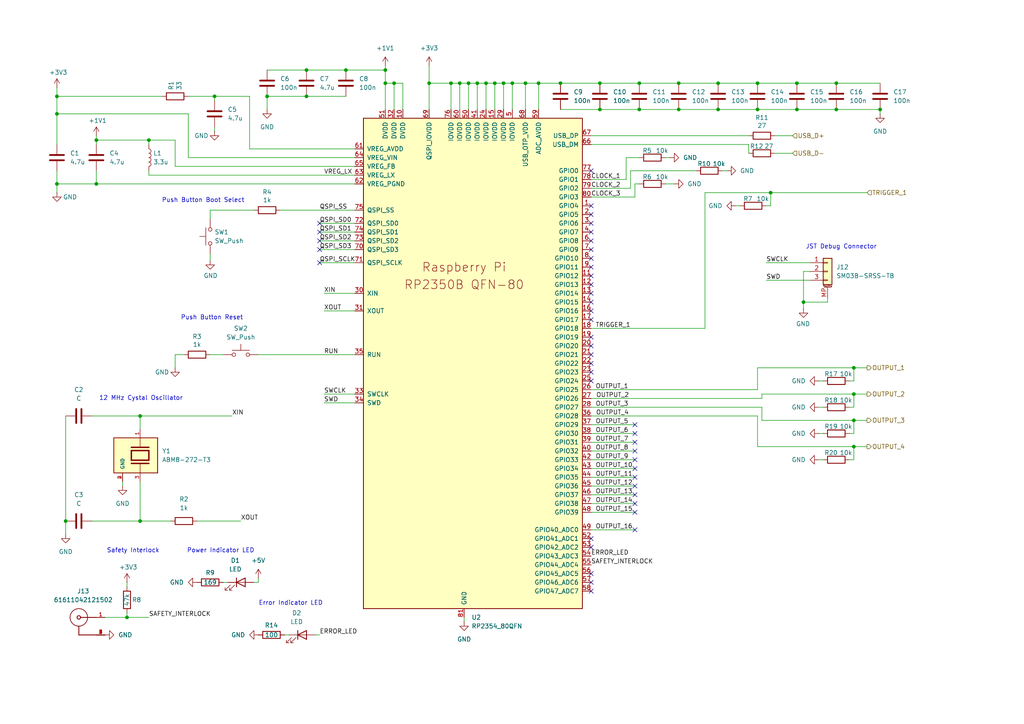
<source format=kicad_sch>
(kicad_sch (version 20250114) (generator "eeschema") (generator_version "9.0")
  (paper "A4")
  (title_block (title "OpenSync Microcontroller and Clock") (date "2025-10-31") (rev "0.1") (company "OpenPIV Consortium") (comment 1 "Microcontroller, crystal clock, and boot select is incl. here."))
  (lib_symbols
    (symbol "61611042121502:61611042121502" (pin_names (offset 1.016))
      (property "Reference" "J" (at 0 3.54 0))
      (property "Value" "61611042121502" (at -5.08 -8.08 0))
      (symbol "61611042121502_0_0"
        (circle (center 0 0) (radius 0.5) (stroke (width 0.254)))
        (circle (center 0 0) (radius 2.54) (stroke (width 0.2)))
        (polyline (pts (xy 0 -2.54) (xy 0 -5.08)) (stroke (width 0.254)))
        (polyline (pts (xy 0 -5.08) (xy 5.08 -5.08)) (stroke (width 0.254)))
        (polyline (pts (xy 5.08 0) (xy 0.54 0)) (stroke (width 0.254)))
        (pin passive line (at 7.62 0 180) (length 2.54) (name "~") (number "1"))
        (pin passive line (at 7.62 -5.08 180) (length 2.54) (name "~") (number "2"))
        (pin passive line (at 7.62 -5.08 180) (length 2.54) (name "~") (number "3"))
        (pin passive line (at 7.62 -5.08 180) (length 2.54) (name "~") (number "4"))
        (pin passive line (at 7.62 -5.08 180) (length 2.54) (name "~") (number "5"))
      )
    )
    (symbol "ABM8-272-T3:ABM8-272-T3" (pin_names (offset 1.016))
      (property "Reference" "Y" (at -5.0878 6.3559 0))
      (property "Value" "ABM8-272-T3" (at -5.0944 -10.16 0))
      (symbol "ABM8-272-T3_0_0"
        (polyline (pts (xy -5.08 0) (xy -2.54 0)) (stroke (width 0.1524)))
        (rectangle (start -5.08 -7.62) (end 5.08 5.08) (stroke (width 0.254)) (fill (type background)))
        (polyline (pts (xy -2.3368 2.54) (xy -2.3368 -2.54)) (stroke (width 0.4064)))
        (polyline (pts (xy -1.397 2.54) (xy -1.397 -2.54)) (stroke (width 0.4064)))
        (polyline (pts (xy -1.397 2.54) (xy 1.397 2.54)) (stroke (width 0.4064)))
        (polyline (pts (xy 1.397 2.54) (xy 1.397 -2.54)) (stroke (width 0.4064)))
        (polyline (pts (xy 1.397 -2.54) (xy -1.397 -2.54)) (stroke (width 0.4064)))
        (polyline (pts (xy 2.3368 2.54) (xy 2.3368 -2.54)) (stroke (width 0.4064)))
        (polyline (pts (xy 2.54 0) (xy 5.08 0)) (stroke (width 0.1524)))
        (pin passive line (at -7.62 0 0) (length 2.54) (name "~") (number "1"))
        (pin passive line (at 7.62 0 180) (length 2.54) (name "~") (number "3"))
        (pin power_in line (at 7.62 -5.08 180) (length 2.54) (name "GND") (number "2"))
        (pin power_in line (at 7.62 -5.08 180) (length 2.54) (name "GND") (number "4"))
      )
    )
    (symbol "Connector_Generic_MountingPin:Conn_01x03_MountingPin" (pin_names (offset 1.016) (hide yes))
      (property "Reference" "J" (at 0 5.08 0))
      (property "Value" "Conn_01x03_MountingPin" (at 1.27 -5.08 0))
      (symbol "Conn_01x03_MountingPin_1_1"
        (rectangle (start -1.27 3.81) (end 1.27 -3.81) (stroke (width 0.254)) (fill (type background)))
        (rectangle (start -1.27 2.667) (end 0 2.413) (stroke (width 0.1524)))
        (rectangle (start -1.27 0.127) (end 0 -0.127) (stroke (width 0.1524)))
        (rectangle (start -1.27 -2.413) (end 0 -2.667) (stroke (width 0.1524)))
        (polyline (pts (xy -1.016 -4.572) (xy 1.016 -4.572)) (stroke (width 0.1524)))
        (text "Mounting" (at 0 -4.191 0) (effects (font (size 0.381 0.381))))
        (pin passive line (at -5.08 2.54 0) (length 3.81) (name "Pin_1") (number "1"))
        (pin passive line (at -5.08 0 0) (length 3.81) (name "Pin_2") (number "2"))
        (pin passive line (at -5.08 -2.54 0) (length 3.81) (name "Pin_3") (number "3"))
        (pin passive line (at 0 -7.62 90) (length 3.048) (name "MountPin") (number "MP"))
      )
    )
    (symbol "Device:C" (pin_numbers (hide yes)) (pin_names (offset 0.254))
      (property "Reference" "C" (at 0.635 2.54 0))
      (property "Value" "C" (at 0.635 -2.54 0))
      (symbol "C_0_1"
        (polyline (pts (xy -2.032 0.762) (xy 2.032 0.762)) (stroke (width 0.508)))
        (polyline (pts (xy -2.032 -0.762) (xy 2.032 -0.762)) (stroke (width 0.508)))
      )
      (symbol "C_1_1"
        (pin passive line (at 0 3.81 270) (length 2.794) (name "~") (number "1"))
        (pin passive line (at 0 -3.81 90) (length 2.794) (name "~") (number "2"))
      )
    )
    (symbol "Device:L" (pin_numbers (hide yes)) (pin_names (offset 1.016) (hide yes))
      (property "Reference" "L" (at -1.27 0 90))
      (property "Value" "L" (at 1.905 0 90))
      (symbol "L_0_1"
        (arc (start 0 2.54) (mid 0.6323 1.905) (end 0 1.27))
        (arc (start 0 1.27) (mid 0.6323 0.635) (end 0 0))
        (arc (start 0 0) (mid 0.6323 -0.635) (end 0 -1.27))
        (arc (start 0 -1.27) (mid 0.6323 -1.905) (end 0 -2.54))
      )
      (symbol "L_1_1"
        (pin passive line (at 0 3.81 270) (length 1.27) (name "1") (number "1"))
        (pin passive line (at 0 -3.81 90) (length 1.27) (name "2") (number "2"))
      )
    )
    (symbol "Device:LED" (pin_numbers (hide yes)) (pin_names (offset 1.016) (hide yes))
      (property "Reference" "D" (at 0 2.54 0))
      (property "Value" "LED" (at 0 -2.54 0))
      (symbol "LED_0_1"
        (polyline (pts (xy -3.048 -0.762) (xy -4.572 -2.286) (xy -3.81 -2.286) (xy -4.572 -2.286) (xy -4.572 -1.524)))
        (polyline (pts (xy -1.778 -0.762) (xy -3.302 -2.286) (xy -2.54 -2.286) (xy -3.302 -2.286) (xy -3.302 -1.524)))
        (polyline (pts (xy -1.27 0) (xy 1.27 0)))
        (polyline (pts (xy -1.27 -1.27) (xy -1.27 1.27)) (stroke (width 0.254)))
        (polyline (pts (xy 1.27 -1.27) (xy 1.27 1.27) (xy -1.27 0) (xy 1.27 -1.27)) (stroke (width 0.254)))
      )
      (symbol "LED_1_1"
        (pin passive line (at -3.81 0 0) (length 2.54) (name "K") (number "1"))
        (pin passive line (at 3.81 0 180) (length 2.54) (name "A") (number "2"))
      )
    )
    (symbol "Device:R" (pin_numbers (hide yes)) (pin_names (offset 0))
      (property "Reference" "R" (at 2.032 0 90))
      (property "Value" "R" (at 0 0 90))
      (symbol "R_0_1"
        (rectangle (start -1.016 -2.54) (end 1.016 2.54) (stroke (width 0.254)))
      )
      (symbol "R_1_1"
        (pin passive line (at 0 3.81 270) (length 1.27) (name "~") (number "1"))
        (pin passive line (at 0 -3.81 90) (length 1.27) (name "~") (number "2"))
      )
    )
    (symbol "MCU_RaspberryPi_RP2350:RP2350_80QFN" (pin_names (offset 1.016))
      (property "Reference" "U" (at -29.21 49.53 0))
      (property "Value" "RP2350_80QFN" (at 25.4 -96.52 0))
      (symbol "RP2350_80QFN_0_0"
        (text "Raspberry Pi" (at 0 5.08 0) (effects (font (size 2.54 2.54))))
      )
      (symbol "RP2350_80QFN_0_1"
        (rectangle (start -29.21 48.26) (end 34.29 -93.98) (stroke (width 0.254)) (fill (type background)))
      )
      (symbol "RP2350_80QFN_1_0"
        (text "RP2350B QFN-80" (at 0 0 0) (effects (font (size 2.54 2.54))))
      )
      (symbol "RP2350_80QFN_1_1"
        (pin power_in line (at -31.75 39.37 0) (length 2.54) (name "VREG_AVDD") (number "61"))
        (pin power_in line (at -31.75 36.83 0) (length 2.54) (name "VREG_VIN") (number "64"))
        (pin input line (at -31.75 34.29 0) (length 2.54) (name "VREG_FB") (number "65"))
        (pin power_out line (at -31.75 31.75 0) (length 2.54) (name "VREG_LX") (number "63"))
        (pin power_in line (at -31.75 29.21 0) (length 2.54) (name "VREG_PGND") (number "62"))
        (pin bidirectional line (at -31.75 21.59 0) (length 2.54) (name "QSPI_SS") (number "75"))
        (pin bidirectional line (at -31.75 17.78 0) (length 2.54) (name "QSPI_SD0") (number "72"))
        (pin bidirectional line (at -31.75 15.24 0) (length 2.54) (name "QSPI_SD1") (number "74"))
        (pin bidirectional line (at -31.75 12.7 0) (length 2.54) (name "QSPI_SD2") (number "73"))
        (pin bidirectional line (at -31.75 10.16 0) (length 2.54) (name "QSPI_SD3") (number "70"))
        (pin output line (at -31.75 6.35 0) (length 2.54) (name "QSPI_SCLK") (number "71"))
        (pin input line (at -31.75 -2.54 0) (length 2.54) (name "XIN") (number "30"))
        (pin passive line (at -31.75 -7.62 0) (length 2.54) (name "XOUT") (number "31"))
        (pin input line (at -31.75 -20.32 0) (length 2.54) (name "RUN") (number "35"))
        (pin output line (at -31.75 -31.75 0) (length 2.54) (name "SWCLK") (number "33"))
        (pin bidirectional line (at -31.75 -34.29 0) (length 2.54) (name "SWD") (number "34"))
        (pin power_in line (at -22.86 50.8 270) (length 2.54) (name "DVDD") (number "51"))
        (pin power_in line (at -20.32 50.8 270) (length 2.54) (name "DVDD") (number "32"))
        (pin power_in line (at -17.78 50.8 270) (length 2.54) (name "DVDD") (number "10"))
        (pin power_in line (at -10.16 50.8 270) (length 2.54) (name "QSPI_IOVDD") (number "69"))
        (pin power_in line (at -3.81 50.8 270) (length 2.54) (name "IOVDD") (number "76"))
        (pin power_in line (at -1.27 50.8 270) (length 2.54) (name "IOVDD") (number "60"))
        (pin power_in line (at 0 -96.52 90) (length 2.54) (name "GND") (number "81"))
        (pin power_in line (at 1.27 50.8 270) (length 2.54) (name "IOVDD") (number "50"))
        (pin power_in line (at 3.81 50.8 270) (length 2.54) (name "IOVDD") (number "41"))
        (pin power_in line (at 6.35 50.8 270) (length 2.54) (name "IOVDD") (number "24"))
        (pin power_in line (at 8.89 50.8 270) (length 2.54) (name "IOVDD") (number "15"))
        (pin power_in line (at 11.43 50.8 270) (length 2.54) (name "IOVDD") (number "29"))
        (pin power_in line (at 13.97 50.8 270) (length 2.54) (name "IOVDD") (number "5"))
        (pin power_in line (at 17.78 50.8 270) (length 2.54) (name "USB_OTP_VDD") (number "68"))
        (pin power_in line (at 21.59 50.8 270) (length 2.54) (name "ADC_AVDD") (number "59"))
        (pin bidirectional line (at 36.83 43.18 180) (length 2.54) (name "USB_DP") (number "67"))
        (pin bidirectional line (at 36.83 40.64 180) (length 2.54) (name "USB_DM") (number "66"))
        (pin bidirectional line (at 36.83 33.02 180) (length 2.54) (name "GPIO0") (number "77"))
        (pin bidirectional line (at 36.83 30.48 180) (length 2.54) (name "GPIO1") (number "78"))
        (pin bidirectional line (at 36.83 27.94 180) (length 2.54) (name "GPIO2") (number "79"))
        (pin bidirectional line (at 36.83 25.4 180) (length 2.54) (name "GPIO3") (number "80"))
        (pin bidirectional line (at 36.83 22.86 180) (length 2.54) (name "GPIO4") (number "1"))
        (pin bidirectional line (at 36.83 20.32 180) (length 2.54) (name "GPIO5") (number "2"))
        (pin bidirectional line (at 36.83 17.78 180) (length 2.54) (name "GPIO6") (number "3"))
        (pin bidirectional line (at 36.83 15.24 180) (length 2.54) (name "GPIO7") (number "4"))
        (pin bidirectional line (at 36.83 12.7 180) (length 2.54) (name "GPIO8") (number "6"))
        (pin bidirectional line (at 36.83 10.16 180) (length 2.54) (name "GPIO9") (number "7"))
        (pin bidirectional line (at 36.83 7.62 180) (length 2.54) (name "GPIO10") (number "8"))
        (pin bidirectional line (at 36.83 5.08 180) (length 2.54) (name "GPIO11") (number "9"))
        (pin bidirectional line (at 36.83 2.54 180) (length 2.54) (name "GPIO12") (number "11"))
        (pin bidirectional line (at 36.83 0 180) (length 2.54) (name "GPIO13") (number "12"))
        (pin bidirectional line (at 36.83 -2.54 180) (length 2.54) (name "GPIO14") (number "13"))
        (pin bidirectional line (at 36.83 -5.08 180) (length 2.54) (name "GPIO15") (number "14"))
        (pin bidirectional line (at 36.83 -7.62 180) (length 2.54) (name "GPIO16") (number "16"))
        (pin bidirectional line (at 36.83 -10.16 180) (length 2.54) (name "GPIO17") (number "17"))
        (pin bidirectional line (at 36.83 -12.7 180) (length 2.54) (name "GPIO18") (number "18"))
        (pin bidirectional line (at 36.83 -15.24 180) (length 2.54) (name "GPIO19") (number "19"))
        (pin bidirectional line (at 36.83 -17.78 180) (length 2.54) (name "GPIO20") (number "20"))
        (pin bidirectional line (at 36.83 -20.32 180) (length 2.54) (name "GPIO21") (number "21"))
        (pin bidirectional line (at 36.83 -22.86 180) (length 2.54) (name "GPIO22") (number "22"))
        (pin bidirectional line (at 36.83 -25.4 180) (length 2.54) (name "GPIO23") (number "23"))
        (pin bidirectional line (at 36.83 -27.94 180) (length 2.54) (name "GPIO24") (number "25"))
        (pin bidirectional line (at 36.83 -30.48 180) (length 2.54) (name "GPIO25") (number "26"))
        (pin bidirectional line (at 36.83 -33.02 180) (length 2.54) (name "GPIO26") (number "27"))
        (pin bidirectional line (at 36.83 -35.56 180) (length 2.54) (name "GPIO27") (number "28"))
        (pin bidirectional line (at 36.83 -38.1 180) (length 2.54) (name "GPIO28") (number "36"))
        (pin bidirectional line (at 36.83 -40.64 180) (length 2.54) (name "GPIO29") (number "37"))
        (pin bidirectional line (at 36.83 -43.18 180) (length 2.54) (name "GPIO30") (number "38"))
        (pin bidirectional line (at 36.83 -45.72 180) (length 2.54) (name "GPIO31") (number "39"))
        (pin bidirectional line (at 36.83 -48.26 180) (length 2.54) (name "GPIO32") (number "40"))
        (pin bidirectional line (at 36.83 -50.8 180) (length 2.54) (name "GPIO33") (number "42"))
        (pin bidirectional line (at 36.83 -53.34 180) (length 2.54) (name "GPIO34") (number "43"))
        (pin bidirectional line (at 36.83 -55.88 180) (length 2.54) (name "GPIO35") (number "44"))
        (pin bidirectional line (at 36.83 -58.42 180) (length 2.54) (name "GPIO36") (number "45"))
        (pin bidirectional line (at 36.83 -60.96 180) (length 2.54) (name "GPIO37") (number "46"))
        (pin bidirectional line (at 36.83 -63.5 180) (length 2.54) (name "GPIO38") (number "47"))
        (pin bidirectional line (at 36.83 -66.04 180) (length 2.54) (name "GPIO39") (number "48"))
        (pin bidirectional line (at 36.83 -71.12 180) (length 2.54) (name "GPIO40_ADC0") (number "49"))
        (pin bidirectional line (at 36.83 -73.66 180) (length 2.54) (name "GPIO41_ADC1") (number "52"))
        (pin bidirectional line (at 36.83 -76.2 180) (length 2.54) (name "GPIO42_ADC2") (number "53"))
        (pin bidirectional line (at 36.83 -78.74 180) (length 2.54) (name "GPIO43_ADC3") (number "54"))
        (pin bidirectional line (at 36.83 -81.28 180) (length 2.54) (name "GPIO44_ADC4") (number "55"))
        (pin bidirectional line (at 36.83 -83.82 180) (length 2.54) (name "GPIO45_ADC5") (number "56"))
        (pin bidirectional line (at 36.83 -86.36 180) (length 2.54) (name "GPIO46_ADC6") (number "57"))
        (pin bidirectional line (at 36.83 -88.9 180) (length 2.54) (name "GPIO47_ADC7") (number "58"))
      )
    )
    (symbol "Switch:SW_Push" (pin_numbers (hide yes)) (pin_names (offset 1.016) (hide yes))
      (property "Reference" "SW" (at 1.27 2.54 0))
      (property "Value" "SW_Push" (at 0 -1.524 0))
      (symbol "SW_Push_0_1"
        (circle (center -2.032 0) (radius 0.508))
        (polyline (pts (xy 0 1.27) (xy 0 3.048)))
        (circle (center 2.032 0) (radius 0.508))
        (polyline (pts (xy 2.54 1.27) (xy -2.54 1.27)))
        (pin passive line (at -5.08 0 0) (length 2.54) (name "1") (number "1"))
        (pin passive line (at 5.08 0 180) (length 2.54) (name "2") (number "2"))
      )
    )
    (symbol "power:+1V1" (power) (pin_numbers (hide yes)) (pin_names (offset 0) (hide yes))
      (property "Value" "+1V1" (at 0 3.556 0))
      (symbol "+1V1_0_1"
        (polyline (pts (xy -0.762 1.27) (xy 0 2.54)))
        (polyline (pts (xy 0 2.54) (xy 0.762 1.27)))
        (polyline (pts (xy 0 0) (xy 0 2.54)))
      )
      (symbol "+1V1_1_1"
        (pin power_in line (at 0 0 90) (length 0) (name "~") (number "1"))
      )
    )
    (symbol "power:+3V3" (power) (pin_numbers (hide yes)) (pin_names (offset 0) (hide yes))
      (property "Value" "+3V3" (at 0 3.556 0))
      (symbol "+3V3_0_1"
        (polyline (pts (xy -0.762 1.27) (xy 0 2.54)))
        (polyline (pts (xy 0 2.54) (xy 0.762 1.27)))
        (polyline (pts (xy 0 0) (xy 0 2.54)))
      )
      (symbol "+3V3_1_1"
        (pin power_in line (at 0 0 90) (length 0) (name "~") (number "1"))
      )
    )
    (symbol "power:+5V" (power) (pin_numbers (hide yes)) (pin_names (offset 0) (hide yes))
      (property "Value" "+5V" (at 0 3.556 0))
      (symbol "+5V_0_1"
        (polyline (pts (xy -0.762 1.27) (xy 0 2.54)))
        (polyline (pts (xy 0 2.54) (xy 0.762 1.27)))
        (polyline (pts (xy 0 0) (xy 0 2.54)))
      )
      (symbol "+5V_1_1"
        (pin power_in line (at 0 0 90) (length 0) (name "~") (number "1"))
      )
    )
    (symbol "power:GND" (power) (pin_numbers (hide yes)) (pin_names (offset 0) (hide yes))
      (property "Value" "GND" (at 0 -3.81 0))
      (symbol "GND_0_1"
        (polyline (pts (xy 0 0) (xy 0 -1.27) (xy 1.27 -1.27) (xy 0 -2.54) (xy -1.27 -1.27) (xy 0 -1.27)))
      )
      (symbol "GND_1_1"
        (pin power_in line (at 0 0 270) (length 0) (name "~") (number "1"))
      )
    )
  )
  (text "12 MHz Cystal Oscillator" (at 40.894 115.57 0) (effects (font (size 1.27 1.27))))
  (text "Safety Interlock" (at 38.608 159.766 0) (effects (font (size 1.27 1.27))))
  (text "JST Debug Connector" (at 233.68 72.39 0) (effects (font (size 1.27 1.27)) (justify left bottom)))
  (text "Push Button Boot Select" (at 58.928 58.166 0) (effects (font (size 1.27 1.27))))
  (text "Error Indicator LED" (at 84.328 175.006 0) (effects (font (size 1.27 1.27))))
  (text "Power Indicator LED" (at 64.008 159.766 0) (effects (font (size 1.27 1.27))))
  (text "Push Button Reset" (at 61.468 92.202 0) (effects (font (size 1.27 1.27))))
  (junction (at 156.21 24.13))
  (junction (at 88.9 20.32))
  (junction (at 219.71 31.75))
  (junction (at 231.14 31.75))
  (junction (at 16.51 33.02))
  (junction (at 148.59 24.13))
  (junction (at 27.94 53.34))
  (junction (at 133.35 24.13))
  (junction (at 138.43 24.13))
  (junction (at 16.51 53.34))
  (junction (at 255.27 31.75))
  (junction (at 143.51 24.13))
  (junction (at 208.28 31.75))
  (junction (at 62.23 27.94))
  (junction (at 242.57 31.75))
  (junction (at 196.85 24.13))
  (junction (at 208.28 24.13))
  (junction (at 162.56 24.13))
  (junction (at 185.42 31.75))
  (junction (at 36.83 179.07))
  (junction (at 247.65 114.3))
  (junction (at 40.64 120.65))
  (junction (at 146.05 24.13))
  (junction (at 223.52 55.88))
  (junction (at 40.64 151.13))
  (junction (at 173.99 31.75))
  (junction (at 88.9 27.94))
  (junction (at 19.05 151.13))
  (junction (at 114.3 24.13))
  (junction (at 124.46 24.13))
  (junction (at 185.42 24.13))
  (junction (at 173.99 24.13))
  (junction (at 247.65 106.68))
  (junction (at 111.76 24.13))
  (junction (at 140.97 24.13))
  (junction (at 242.57 24.13))
  (junction (at 130.81 24.13))
  (junction (at 16.51 27.94))
  (junction (at 77.47 27.94))
  (junction (at 100.33 20.32))
  (junction (at 231.14 24.13))
  (junction (at 135.89 24.13))
  (junction (at 247.65 129.54))
  (junction (at 247.65 121.92))
  (junction (at 27.94 40.64))
  (junction (at 152.4 24.13))
  (junction (at 219.71 24.13))
  (junction (at 196.85 31.75))
  (junction (at 111.76 20.32))
  (junction (at 233.045 87.63))
  (junction (at 43.18 40.64))
  (no_connect (at 171.45 62.23))
  (no_connect (at 171.45 72.39))
  (no_connect (at 171.45 107.95))
  (no_connect (at 171.45 158.75))
  (no_connect (at 171.45 156.21))
  (no_connect (at 171.45 97.79))
  (no_connect (at 171.45 82.55))
  (no_connect (at 171.45 166.37))
  (no_connect (at 171.45 102.87))
  (no_connect (at 171.45 64.77))
  (no_connect (at 171.45 171.45))
  (no_connect (at 171.45 77.47))
  (no_connect (at 184.15 153.67))
  (no_connect (at 171.45 67.31))
  (no_connect (at 171.45 74.93))
  (no_connect (at 171.45 90.17))
  (no_connect (at 92.71 76.2))
  (no_connect (at 92.71 64.77))
  (no_connect (at 184.15 125.73))
  (no_connect (at 171.45 69.85))
  (no_connect (at 171.45 100.33))
  (no_connect (at 184.15 148.59))
  (no_connect (at 171.45 80.01))
  (no_connect (at 184.15 135.89))
  (no_connect (at 184.15 143.51))
  (no_connect (at 184.15 128.27))
  (no_connect (at 184.15 133.35))
  (no_connect (at 171.45 92.71))
  (no_connect (at 92.71 72.39))
  (no_connect (at 184.15 138.43))
  (no_connect (at 171.45 110.49))
  (no_connect (at 92.71 67.31))
  (no_connect (at 171.45 59.69))
  (no_connect (at 171.45 168.91))
  (no_connect (at 184.15 123.19))
  (no_connect (at 92.71 69.85))
  (no_connect (at 171.45 85.09))
  (no_connect (at 171.45 87.63))
  (no_connect (at 184.15 146.05))
  (no_connect (at 184.15 130.81))
  (no_connect (at 171.45 105.41))
  (no_connect (at 171.45 49.53))
  (no_connect (at 184.15 140.97))
  (wire (pts (xy 224.79 39.37) (xy 229.87 39.37)))
  (wire (pts (xy 130.81 24.13) (xy 130.81 31.75)))
  (wire (pts (xy 247.65 129.54) (xy 247.65 133.35)))
  (wire (pts (xy 219.71 106.68) (xy 247.65 106.68)))
  (wire (pts (xy 27.94 53.34) (xy 102.87 53.34)))
  (wire (pts (xy 124.46 19.05) (xy 124.46 24.13)))
  (wire (pts (xy 237.49 110.49) (xy 238.76 110.49)))
  (wire (pts (xy 234.95 78.74) (xy 233.045 78.74)))
  (wire (pts (xy 116.84 31.75) (xy 116.84 24.13)))
  (wire (pts (xy 43.18 50.8) (xy 102.87 50.8)))
  (wire (pts (xy 223.52 55.88) (xy 251.46 55.88)))
  (wire (pts (xy 124.46 31.75) (xy 124.46 24.13)))
  (wire (pts (xy 204.47 55.88) (xy 223.52 55.88)))
  (wire (pts (xy 247.65 106.68) (xy 247.65 110.49)))
  (wire (pts (xy 92.71 69.85) (xy 102.87 69.85)))
  (wire (pts (xy 135.89 24.13) (xy 138.43 24.13)))
  (wire (pts (xy 209.55 49.53) (xy 210.82 49.53)))
  (wire (pts (xy 74.93 102.87) (xy 102.87 102.87)))
  (wire (pts (xy 223.52 55.88) (xy 223.52 59.69)))
  (wire (pts (xy 40.64 151.13) (xy 40.64 139.7)))
  (wire (pts (xy 171.45 115.57) (xy 220.98 115.57)))
  (wire (pts (xy 148.59 24.13) (xy 152.4 24.13)))
  (wire (pts (xy 171.45 140.97) (xy 184.15 140.97)))
  (wire (pts (xy 53.34 102.87) (xy 50.8 102.87)))
  (wire (pts (xy 231.14 24.13) (xy 242.57 24.13)))
  (wire (pts (xy 247.65 118.11) (xy 246.38 118.11)))
  (wire (pts (xy 26.67 120.65) (xy 40.64 120.65)))
  (wire (pts (xy 93.98 85.09) (xy 102.87 85.09)))
  (wire (pts (xy 116.84 24.13) (xy 114.3 24.13)))
  (wire (pts (xy 247.65 133.35) (xy 246.38 133.35)))
  (wire (pts (xy 64.77 168.91) (xy 66.04 168.91)))
  (wire (pts (xy 220.98 114.3) (xy 247.65 114.3)))
  (wire (pts (xy 143.51 24.13) (xy 143.51 31.75)))
  (wire (pts (xy 247.65 110.49) (xy 246.38 110.49)))
  (wire (pts (xy 184.15 53.34) (xy 184.15 57.15)))
  (wire (pts (xy 152.4 24.13) (xy 152.4 31.75)))
  (wire (pts (xy 50.8 40.64) (xy 43.18 40.64)))
  (wire (pts (xy 171.45 41.91) (xy 217.17 41.91)))
  (wire (pts (xy 219.71 24.13) (xy 231.14 24.13)))
  (wire (pts (xy 223.52 59.69) (xy 222.25 59.69)))
  (wire (pts (xy 27.94 39.37) (xy 27.94 40.64)))
  (wire (pts (xy 60.96 60.96) (xy 60.96 63.5)))
  (wire (pts (xy 50.8 48.26) (xy 102.87 48.26)))
  (wire (pts (xy 240.03 86.36) (xy 240.03 87.63)))
  (wire (pts (xy 82.55 184.15) (xy 83.82 184.15)))
  (wire (pts (xy 233.045 87.63) (xy 233.045 89.535)))
  (wire (pts (xy 185.42 31.75) (xy 196.85 31.75)))
  (wire (pts (xy 100.33 20.32) (xy 111.76 20.32)))
  (wire (pts (xy 36.83 168.91) (xy 36.83 170.18)))
  (wire (pts (xy 16.51 25.4) (xy 16.51 27.94)))
  (wire (pts (xy 16.51 53.34) (xy 27.94 53.34)))
  (wire (pts (xy 36.83 177.8) (xy 36.83 179.07)))
  (wire (pts (xy 92.71 72.39) (xy 102.87 72.39)))
  (wire (pts (xy 54.61 27.94) (xy 62.23 27.94)))
  (wire (pts (xy 201.93 49.53) (xy 182.88 49.53)))
  (wire (pts (xy 196.85 31.75) (xy 208.28 31.75)))
  (wire (pts (xy 237.49 133.35) (xy 238.76 133.35)))
  (wire (pts (xy 181.61 45.72) (xy 181.61 52.07)))
  (wire (pts (xy 16.51 49.53) (xy 16.51 53.34)))
  (wire (pts (xy 50.8 48.26) (xy 50.8 40.64)))
  (wire (pts (xy 43.18 50.8) (xy 43.18 49.53)))
  (wire (pts (xy 111.76 24.13) (xy 111.76 31.75)))
  (wire (pts (xy 92.71 76.2) (xy 102.87 76.2)))
  (wire (pts (xy 72.39 27.94) (xy 72.39 43.18)))
  (wire (pts (xy 162.56 24.13) (xy 173.99 24.13)))
  (wire (pts (xy 26.67 151.13) (xy 40.64 151.13)))
  (wire (pts (xy 171.45 146.05) (xy 184.15 146.05)))
  (wire (pts (xy 171.45 130.81) (xy 184.15 130.81)))
  (wire (pts (xy 93.98 90.17) (xy 102.87 90.17)))
  (wire (pts (xy 193.04 53.34) (xy 195.58 53.34)))
  (wire (pts (xy 133.35 24.13) (xy 133.35 31.75)))
  (wire (pts (xy 220.98 121.92) (xy 247.65 121.92)))
  (wire (pts (xy 114.3 24.13) (xy 111.76 24.13)))
  (wire (pts (xy 171.45 125.73) (xy 184.15 125.73)))
  (wire (pts (xy 219.71 113.03) (xy 219.71 106.68)))
  (wire (pts (xy 40.64 151.13) (xy 49.53 151.13)))
  (wire (pts (xy 62.23 27.94) (xy 62.23 29.21)))
  (wire (pts (xy 35.56 139.7) (xy 35.56 140.97)))
  (wire (pts (xy 171.45 123.19) (xy 184.15 123.19)))
  (wire (pts (xy 182.88 54.61) (xy 171.45 54.61)))
  (wire (pts (xy 16.51 27.94) (xy 16.51 33.02)))
  (wire (pts (xy 237.49 118.11) (xy 238.76 118.11)))
  (wire (pts (xy 16.51 27.94) (xy 46.99 27.94)))
  (wire (pts (xy 171.45 153.67) (xy 184.15 153.67)))
  (wire (pts (xy 184.15 57.15) (xy 171.45 57.15)))
  (wire (pts (xy 184.15 53.34) (xy 185.42 53.34)))
  (wire (pts (xy 247.65 121.92) (xy 247.65 125.73)))
  (wire (pts (xy 16.51 33.02) (xy 54.61 33.02)))
  (wire (pts (xy 138.43 24.13) (xy 140.97 24.13)))
  (wire (pts (xy 171.45 39.37) (xy 217.17 39.37)))
  (wire (pts (xy 171.45 120.65) (xy 219.71 120.65)))
  (wire (pts (xy 54.61 45.72) (xy 102.87 45.72)))
  (wire (pts (xy 57.15 151.13) (xy 69.85 151.13)))
  (wire (pts (xy 111.76 20.32) (xy 111.76 24.13)))
  (wire (pts (xy 233.045 87.63) (xy 240.03 87.63)))
  (wire (pts (xy 148.59 24.13) (xy 148.59 31.75)))
  (wire (pts (xy 247.65 121.92) (xy 251.46 121.92)))
  (wire (pts (xy 77.47 20.32) (xy 88.9 20.32)))
  (wire (pts (xy 60.96 73.66) (xy 60.96 75.565)))
  (wire (pts (xy 91.44 184.15) (xy 92.71 184.15)))
  (wire (pts (xy 74.93 167.64) (xy 74.93 168.91)))
  (wire (pts (xy 156.21 24.13) (xy 162.56 24.13)))
  (wire (pts (xy 171.45 138.43) (xy 184.15 138.43)))
  (wire (pts (xy 220.98 115.57) (xy 220.98 114.3)))
  (wire (pts (xy 60.96 102.87) (xy 64.77 102.87)))
  (wire (pts (xy 134.62 179.07) (xy 134.62 180.34)))
  (wire (pts (xy 140.97 24.13) (xy 140.97 31.75)))
  (wire (pts (xy 208.28 31.75) (xy 219.71 31.75)))
  (wire (pts (xy 77.47 27.94) (xy 88.9 27.94)))
  (wire (pts (xy 185.42 24.13) (xy 196.85 24.13)))
  (wire (pts (xy 242.57 31.75) (xy 255.27 31.75)))
  (wire (pts (xy 171.45 113.03) (xy 219.71 113.03)))
  (wire (pts (xy 72.39 43.18) (xy 102.87 43.18)))
  (wire (pts (xy 219.71 31.75) (xy 231.14 31.75)))
  (wire (pts (xy 114.3 24.13) (xy 114.3 31.75)))
  (wire (pts (xy 62.23 27.94) (xy 72.39 27.94)))
  (wire (pts (xy 171.45 148.59) (xy 184.15 148.59)))
  (wire (pts (xy 220.98 118.11) (xy 220.98 121.92)))
  (wire (pts (xy 204.47 55.88) (xy 204.47 95.25)))
  (wire (pts (xy 231.14 31.75) (xy 242.57 31.75)))
  (wire (pts (xy 81.28 60.96) (xy 102.87 60.96)))
  (wire (pts (xy 162.56 31.75) (xy 173.99 31.75)))
  (wire (pts (xy 140.97 24.13) (xy 143.51 24.13)))
  (wire (pts (xy 27.94 49.53) (xy 27.94 53.34)))
  (wire (pts (xy 233.045 78.74) (xy 233.045 87.63)))
  (wire (pts (xy 92.71 67.31) (xy 102.87 67.31)))
  (wire (pts (xy 173.99 24.13) (xy 185.42 24.13)))
  (wire (pts (xy 93.98 116.84) (xy 102.87 116.84)))
  (wire (pts (xy 217.17 41.91) (xy 217.17 44.45)))
  (wire (pts (xy 40.64 120.65) (xy 40.64 124.46)))
  (wire (pts (xy 219.71 129.54) (xy 247.65 129.54)))
  (wire (pts (xy 77.47 27.94) (xy 77.47 31.75)))
  (wire (pts (xy 242.57 24.13) (xy 255.27 24.13)))
  (wire (pts (xy 173.99 31.75) (xy 185.42 31.75)))
  (wire (pts (xy 88.9 20.32) (xy 100.33 20.32)))
  (wire (pts (xy 247.65 106.68) (xy 251.46 106.68)))
  (wire (pts (xy 133.35 24.13) (xy 135.89 24.13)))
  (wire (pts (xy 36.83 179.07) (xy 30.48 179.07)))
  (wire (pts (xy 222.25 81.28) (xy 234.95 81.28)))
  (wire (pts (xy 67.31 120.65) (xy 40.64 120.65)))
  (wire (pts (xy 146.05 24.13) (xy 146.05 31.75)))
  (wire (pts (xy 219.71 120.65) (xy 219.71 129.54)))
  (wire (pts (xy 27.94 40.64) (xy 43.18 40.64)))
  (wire (pts (xy 16.51 33.02) (xy 16.51 41.91)))
  (wire (pts (xy 143.51 24.13) (xy 146.05 24.13)))
  (wire (pts (xy 19.05 120.65) (xy 19.05 151.13)))
  (wire (pts (xy 135.89 24.13) (xy 135.89 31.75)))
  (wire (pts (xy 171.45 128.27) (xy 184.15 128.27)))
  (wire (pts (xy 124.46 24.13) (xy 130.81 24.13)))
  (wire (pts (xy 247.65 125.73) (xy 246.38 125.73)))
  (wire (pts (xy 36.83 179.07) (xy 43.18 179.07)))
  (wire (pts (xy 213.36 59.69) (xy 214.63 59.69)))
  (wire (pts (xy 204.47 95.25) (xy 171.45 95.25)))
  (wire (pts (xy 152.4 24.13) (xy 156.21 24.13)))
  (wire (pts (xy 62.23 38.1) (xy 62.23 36.83)))
  (wire (pts (xy 146.05 24.13) (xy 148.59 24.13)))
  (wire (pts (xy 182.88 49.53) (xy 182.88 54.61)))
  (wire (pts (xy 224.79 44.45) (xy 229.87 44.45)))
  (wire (pts (xy 222.25 76.2) (xy 234.95 76.2)))
  (wire (pts (xy 92.71 64.77) (xy 102.87 64.77)))
  (wire (pts (xy 19.05 151.13) (xy 19.05 154.94)))
  (wire (pts (xy 27.94 41.91) (xy 27.94 40.64)))
  (wire (pts (xy 111.76 19.05) (xy 111.76 20.32)))
  (wire (pts (xy 171.45 143.51) (xy 184.15 143.51)))
  (wire (pts (xy 50.8 102.87) (xy 50.8 106.68)))
  (wire (pts (xy 171.45 133.35) (xy 184.15 133.35)))
  (wire (pts (xy 138.43 24.13) (xy 138.43 31.75)))
  (wire (pts (xy 54.61 33.02) (xy 54.61 45.72)))
  (wire (pts (xy 255.27 31.75) (xy 255.27 33.02)))
  (wire (pts (xy 73.66 168.91) (xy 74.93 168.91)))
  (wire (pts (xy 237.49 125.73) (xy 238.76 125.73)))
  (wire (pts (xy 93.98 114.3) (xy 102.87 114.3)))
  (wire (pts (xy 130.81 24.13) (xy 133.35 24.13)))
  (wire (pts (xy 156.21 24.13) (xy 156.21 31.75)))
  (wire (pts (xy 43.18 40.64) (xy 43.18 41.91)))
  (wire (pts (xy 181.61 45.72) (xy 185.42 45.72)))
  (wire (pts (xy 171.45 135.89) (xy 184.15 135.89)))
  (wire (pts (xy 208.28 24.13) (xy 219.71 24.13)))
  (wire (pts (xy 171.45 118.11) (xy 220.98 118.11)))
  (wire (pts (xy 88.9 27.94) (xy 100.33 27.94)))
  (wire (pts (xy 247.65 114.3) (xy 247.65 118.11)))
  (wire (pts (xy 16.51 53.34) (xy 16.51 55.88)))
  (wire (pts (xy 193.04 45.72) (xy 194.31 45.72)))
  (wire (pts (xy 247.65 114.3) (xy 251.46 114.3)))
  (wire (pts (xy 73.66 60.96) (xy 60.96 60.96)))
  (wire (pts (xy 181.61 52.07) (xy 171.45 52.07)))
  (wire (pts (xy 196.85 24.13) (xy 208.28 24.13)))
  (wire (pts (xy 247.65 129.54) (xy 251.46 129.54)))
  (label "OUTPUT_3" (at 172.72 118.11 0))
  (label "XOUT" (at 69.85 151.13 0))
  (label "SAFETY_INTERLOCK" (at 171.45 163.83 0))
  (label "XIN" (at 93.98 85.09 0))
  (label "OUTPUT_1" (at 172.72 113.03 0))
  (label "CLOCK_2" (at 171.45 54.61 0))
  (label "SWCLK" (at 93.98 114.3 0))
  (label "RUN" (at 93.98 102.87 0))
  (label "OUTPUT_2" (at 172.8998 115.57 0))
  (label "OUTPUT_11" (at 172.72 138.43 0))
  (label "ERROR_LED" (at 92.71 184.15 0))
  (label "QSPI_SS" (at 92.71 60.96 0))
  (label "OUTPUT_5" (at 172.72 123.19 0))
  (label "TRIGGER_1" (at 172.72 95.25 0))
  (label "OUTPUT_14" (at 172.72 146.05 0))
  (label "OUTPUT_12" (at 172.72 140.97 0))
  (label "XIN" (at 67.31 120.65 0))
  (label "OUTPUT_8" (at 172.72 130.81 0))
  (label "OUTPUT_13" (at 172.72 143.51 0))
  (label "QSPI_SD0" (at 92.71 64.77 0))
  (label "QSPI_SCLK" (at 92.71 76.2 0))
  (label "OUTPUT_9" (at 172.72 133.35 0))
  (label "ERROR_LED" (at 171.45 161.29 0))
  (label "OUTPUT_10" (at 172.72 135.89 0))
  (label "CLOCK_3" (at 171.45 57.15 0))
  (label "QSPI_SD3" (at 92.71 72.39 0))
  (label "QSPI_SD1" (at 92.71 67.31 0))
  (label "OUTPUT_15" (at 172.72 148.59 0))
  (label "VREG_LX" (at 93.98 50.8 0))
  (label "XOUT" (at 93.98 90.17 0))
  (label "CLOCK_1" (at 171.45 52.07 0))
  (label "SWCLK" (at 222.25 76.2 0))
  (label "OUTPUT_7" (at 172.72 128.27 0))
  (label "SWD" (at 93.98 116.84 0))
  (label "SWD" (at 222.25 81.28 0))
  (label "SAFETY_INTERLOCK" (at 43.18 179.07 0))
  (label "QSPI_SD2" (at 92.71 69.85 0))
  (label "OUTPUT_4" (at 172.8453 120.65 0))
  (label "OUTPUT_16" (at 172.72 153.67 0))
  (label "OUTPUT_6" (at 172.72 125.73 0))
  (hierarchical_label "OUTPUT_1" (shape output) (at 251.46 106.68 0))
  (hierarchical_label "OUTPUT_2" (shape output) (at 251.46 114.3 0))
  (hierarchical_label "OUTPUT_3" (shape output) (at 251.46 121.92 0))
  (hierarchical_label "TRIGGER_1" (shape input) (at 251.46 55.88 0))
  (hierarchical_label "OUTPUT_4" (shape output) (at 251.46 129.54 0))
  (hierarchical_label "USB_D-" (shape input) (at 229.87 44.45 0))
  (hierarchical_label "USB_D+" (shape input) (at 229.87 39.37 0))
  (symbol (lib_id "power:GND") (at 237.49 125.73 270) (unit 1)
    (property "Reference" "#PWR045" (effects (hide yes)))
    (property "Value" "GND" (at 233.68 125.7299 90) (effects (justify right)))
    (property "Description" "Power symbol creates a global label with name \"GND\" , ground" (effects (hide yes)))
  )
  (symbol (lib_id "power:GND") (at 35.56 140.97 0) (unit 1)
    (property "Reference" "#PWR01" (effects (hide yes)))
    (property "Value" "GND" (at 35.56 146.05 0))
    (property "Description" "Power symbol creates a global label with name \"GND\" , ground" (effects (hide yes)))
  )
  (symbol (lib_id "power:+3V3") (at 124.46 19.05 0) (unit 1)
    (property "Reference" "#PWR051" (effects (hide yes)))
    (property "Value" "+3V3" (at 124.46 13.97 0))
    (property "Description" "Power symbol creates a global label with name \"+3V3\"" (effects (hide yes)))
  )
  (symbol (lib_id "power:GND") (at 134.62 180.34 0) (unit 1)
    (property "Reference" "#PWR032" (effects (hide yes)))
    (property "Value" "GND" (at 134.62 185.42 0))
    (property "Description" "Power symbol creates a global label with name \"GND\" , ground" (effects (hide yes)))
  )
  (symbol (lib_id "power:GND") (at 210.82 49.53 90) (unit 1)
    (property "Reference" "#PWR038" (effects (hide yes)))
    (property "Value" "GND" (at 214.63 49.5299 90) (effects (justify right)))
    (property "Description" "Power symbol creates a global label with name \"GND\" , ground" (effects (hide yes)))
  )
  (symbol (lib_id "power:+3V3") (at 36.83 168.91 0) (unit 1)
    (property "Reference" "#PWR060" (effects (hide yes)))
    (property "Value" "+3V3" (at 37.211 164.5158 0))
  )
  (symbol (lib_id "Device:R") (at 60.96 168.91 90) (unit 1)
    (property "Reference" "R9" (at 60.96 166.116 90))
    (property "Value" "169" (at 60.96 168.91 90))
    (property "Footprint" "Resistor_SMD:R_0402_1005Metric" (effects (hide yes)))
    (property "Description" "Resistor" (effects (hide yes)))
  )
  (symbol (lib_id "Device:R") (at 57.15 102.87 270) (unit 1)
    (property "Reference" "R3" (at 57.15 97.6122 90))
    (property "Value" "1k" (at 57.15 99.9236 90))
    (property "Footprint" "Resistor_SMD:R_0402_1005Metric" (effects (hide yes)))
  )
  (symbol (lib_id "power:GND") (at 62.23 38.1 0) (unit 1)
    (property "Reference" "#PWR058" (effects (hide yes)))
    (property "Value" "GND" (at 58.42 39.37 0))
  )
  (symbol (lib_id "Device:C") (at 231.14 27.94 0) (unit 1)
    (property "Reference" "C15" (at 234.95 26.6699 0) (effects (justify left)))
    (property "Value" "100n" (at 234.95 29.2099 0) (effects (justify left)))
    (property "Footprint" "RP2350_80QFN_minimal:C_0402_1005Metric_small_pads" (effects (hide yes)))
    (property "Description" "Unpolarized capacitor" (effects (hide yes)))
  )
  (symbol (lib_id "power:+1V1") (at 27.94 39.37 0) (unit 1)
    (property "Reference" "#PWR057" (effects (hide yes)))
    (property "Value" "+1V1" (at 28.321 34.9758 0))
  )
  (symbol (lib_id "Device:C") (at 185.42 27.94 0) (unit 1)
    (property "Reference" "C11" (at 189.23 26.6699 0) (effects (justify left)))
    (property "Value" "100n" (at 189.23 29.2099 0) (effects (justify left)))
    (property "Footprint" "RP2350_80QFN_minimal:C_0402_1005Metric_small_pads" (effects (hide yes)))
    (property "Description" "Unpolarized capacitor" (effects (hide yes)))
  )
  (symbol (lib_id "Device:C") (at 162.56 27.94 0) (unit 1)
    (property "Reference" "C9" (at 166.37 26.6699 0) (effects (justify left)))
    (property "Value" "100n" (at 166.37 29.21 0) (effects (justify left)))
    (property "Footprint" "RP2350_80QFN_minimal:C_0402_1005Metric_small_pads" (effects (hide yes)))
    (property "Description" "Unpolarized capacitor" (effects (hide yes)))
  )
  (symbol (lib_id "power:GND") (at 74.93 184.15 270) (unit 1)
    (property "Reference" "#PWR021" (effects (hide yes)))
    (property "Value" "GND" (at 71.12 184.1499 90) (effects (justify right)))
    (property "Description" "Power symbol creates a global label with name \"GND\" , ground" (effects (hide yes)))
  )
  (symbol (lib_id "power:GND") (at 213.36 59.69 270) (unit 1)
    (property "Reference" "#PWR033" (effects (hide yes)))
    (property "Value" "GND" (at 209.55 59.6899 90) (effects (justify right)))
    (property "Description" "Power symbol creates a global label with name \"GND\" , ground" (effects (hide yes)))
  )
  (symbol (lib_id "61611042121502:61611042121502") (at 22.86 179.07 0) (unit 1)
    (property "Reference" "J13" (at 24.1435 171.45 0))
    (property "Value" "61611042121502" (at 24.1435 173.99 0))
    (property "Footprint" "61611042121502:61611042121502" (effects (hide yes)))
  )
  (symbol (lib_id "Switch:SW_Push") (at 69.85 102.87 0) (unit 1)
    (property "Reference" "SW2" (at 69.85 95.25 0))
    (property "Value" "SW_Push" (at 69.85 97.79 0))
    (property "Footprint" "Button_Switch_SMD:SW_Push_1P1T_NO_Vertical_Wuerth_434133025816" (effects (hide yes)))
  )
  (symbol (lib_id "Device:R") (at 189.23 53.34 270) (unit 1)
    (property "Reference" "R6" (at 187.706 51.308 90))
    (property "Value" "10k" (at 192.024 51.308 90))
    (property "Footprint" "Resistor_SMD:R_0402_1005Metric" (effects (hide yes)))
  )
  (symbol (lib_id "Device:C") (at 100.33 24.13 0) (unit 1)
    (property "Reference" "C8" (at 104.14 22.8599 0) (effects (justify left)))
    (property "Value" "100n" (at 104.14 25.3999 0) (effects (justify left)))
    (property "Footprint" "RP2350_80QFN_minimal:C_0402_1005Metric_small_pads" (effects (hide yes)))
    (property "Description" "Unpolarized capacitor" (effects (hide yes)))
  )
  (symbol (lib_id "Device:R") (at 220.98 44.45 270) (unit 1)
    (property "Reference" "R12" (at 219.456 42.418 90))
    (property "Value" "27" (at 223.012 42.418 90))
    (property "Footprint" "Resistor_SMD:R_0402_1005Metric" (effects (hide yes)))
  )
  (symbol (lib_id "Device:R") (at 242.57 110.49 270) (unit 1)
    (property "Reference" "R17" (at 241.046 108.458 90))
    (property "Value" "10k" (at 245.364 108.458 90))
    (property "Footprint" "Resistor_SMD:R_0402_1005Metric" (effects (hide yes)))
  )
  (symbol (lib_id "Device:C") (at 208.28 27.94 0) (unit 1)
    (property "Reference" "C13" (at 212.09 26.6699 0) (effects (justify left)))
    (property "Value" "100n" (at 212.09 29.2099 0) (effects (justify left)))
    (property "Footprint" "RP2350_80QFN_minimal:C_0402_1005Metric_small_pads" (effects (hide yes)))
    (property "Description" "Unpolarized capacitor" (effects (hide yes)))
  )
  (symbol (lib_id "power:GND") (at 30.48 184.15 90) (unit 1)
    (property "Reference" "#PWR012" (effects (hide yes)))
    (property "Value" "GND" (at 34.29 184.1499 90) (effects (justify right)))
    (property "Description" "Power symbol creates a global label with name \"GND\" , ground" (effects (hide yes)))
  )
  (symbol (lib_id "Device:R") (at 242.57 133.35 270) (unit 1)
    (property "Reference" "R20" (at 241.046 131.318 90))
    (property "Value" "10k" (at 245.364 131.318 90))
    (property "Footprint" "Resistor_SMD:R_0402_1005Metric" (effects (hide yes)))
  )
  (symbol (lib_id "Device:C") (at 22.86 151.13 90) (unit 1)
    (property "Reference" "C3" (at 22.86 143.51 90))
    (property "Value" "C" (at 22.86 146.05 90))
    (property "Footprint" "RP2350_80QFN_minimal:C_0402_1005Metric_small_pads" (effects (hide yes)))
    (property "Description" "Unpolarized capacitor" (effects (hide yes)))
  )
  (symbol (lib_id "power:+5V") (at 74.93 167.64 0) (unit 1)
    (property "Reference" "#PWR019" (effects (hide yes)))
    (property "Value" "+5V" (at 74.93 162.56 0))
    (property "Description" "Power symbol creates a global label with name \"+5V\"" (effects (hide yes)))
  )
  (symbol (lib_id "Device:C") (at 255.27 27.94 0) (unit 1)
    (property "Reference" "C17" (at 259.08 26.6699 0) (effects (justify left)))
    (property "Value" "100n" (at 259.08 29.2099 0) (effects (justify left)))
    (property "Footprint" "RP2350_80QFN_minimal:C_0402_1005Metric_small_pads" (effects (hide yes)))
    (property "Description" "Unpolarized capacitor" (effects (hide yes)))
  )
  (symbol (lib_id "power:GND") (at 255.27 33.02 0) (unit 1)
    (property "Reference" "#PWR052" (effects (hide yes)))
    (property "Value" "GND" (at 255.27 38.1 0))
    (property "Description" "Power symbol creates a global label with name \"GND\" , ground" (effects (hide yes)))
  )
  (symbol (lib_id "power:GND") (at 60.96 75.565 0) (unit 1)
    (property "Reference" "#PWR059" (effects (hide yes)))
    (property "Value" "GND" (at 61.087 79.9592 0))
  )
  (symbol (lib_id "power:GND") (at 57.15 168.91 270) (unit 1)
    (property "Reference" "#PWR020" (effects (hide yes)))
    (property "Value" "GND" (at 53.34 168.9099 90) (effects (justify right)))
    (property "Description" "Power symbol creates a global label with name \"GND\" , ground" (effects (hide yes)))
  )
  (symbol (lib_id "Device:R") (at 220.98 39.37 270) (unit 1)
    (property "Reference" "R11" (at 220.98 34.1122 90))
    (property "Value" "27" (at 220.98 36.4236 90))
    (property "Footprint" "Resistor_SMD:R_0402_1005Metric" (effects (hide yes)))
  )
  (symbol (lib_id "Device:R") (at 78.74 184.15 90) (unit 1)
    (property "Reference" "R14" (at 78.74 181.356 90))
    (property "Value" "100" (at 78.74 184.15 90))
    (property "Footprint" "Resistor_SMD:R_0402_1005Metric" (effects (hide yes)))
    (property "Description" "Resistor" (effects (hide yes)))
  )
  (symbol (lib_id "Device:C") (at 62.23 33.02 0) (unit 1)
    (property "Reference" "C5" (at 66.04 31.7499 0) (effects (justify left)))
    (property "Value" "4.7u" (at 66.04 34.2899 0) (effects (justify left)))
    (property "Footprint" "RP2350_80QFN_minimal:C_0402_1005Metric_small_pads" (effects (hide yes)))
  )
  (symbol (lib_id "Device:R") (at 242.57 118.11 270) (unit 1)
    (property "Reference" "R18" (at 241.046 116.078 90))
    (property "Value" "10k" (at 245.364 116.078 90))
    (property "Footprint" "Resistor_SMD:R_0402_1005Metric" (effects (hide yes)))
  )
  (symbol (lib_id "power:GND") (at 19.05 154.94 0) (unit 1)
    (property "Reference" "#PWR09" (effects (hide yes)))
    (property "Value" "GND" (at 19.05 160.02 0))
    (property "Description" "Power symbol creates a global label with name \"GND\" , ground" (effects (hide yes)))
  )
  (symbol (lib_id "power:GND") (at 194.31 45.72 90) (unit 1)
    (property "Reference" "#PWR035" (effects (hide yes)))
    (property "Value" "GND" (at 198.12 45.7199 90) (effects (justify right)))
    (property "Description" "Power symbol creates a global label with name \"GND\" , ground" (effects (hide yes)))
  )
  (symbol (lib_id "power:GND") (at 77.47 31.75 0) (unit 1)
    (property "Reference" "#PWR054" (effects (hide yes)))
    (property "Value" "GND" (at 77.47 36.83 0))
    (property "Description" "Power symbol creates a global label with name \"GND\" , ground" (effects (hide yes)))
  )
  (symbol (lib_id "MCU_RaspberryPi_RP2350:RP2350_80QFN") (at 134.62 82.55 0) (unit 1)
    (property "Reference" "U2" (at 136.7633 179.07 0) (effects (justify left)))
    (property "Value" "RP2354_80QFN" (at 136.7633 181.61 0) (effects (justify left)))
    (property "Footprint" "RP2350_80QFN_minimal:RP2350-QFN-80-1EP_10x10_P0.4mm_EP3.4x3.4mm_ThermalVias" (effects (hide yes)))
  )
  (symbol (lib_id "power:GND") (at 237.49 133.35 270) (unit 1)
    (property "Reference" "#PWR046" (effects (hide yes)))
    (property "Value" "GND" (at 233.68 133.3499 90) (effects (justify right)))
    (property "Description" "Power symbol creates a global label with name \"GND\" , ground" (effects (hide yes)))
  )
  (symbol (lib_id "Device:C") (at 219.71 27.94 0) (unit 1)
    (property "Reference" "C14" (at 223.52 26.6699 0) (effects (justify left)))
    (property "Value" "100n" (at 223.52 29.2099 0) (effects (justify left)))
    (property "Footprint" "RP2350_80QFN_minimal:C_0402_1005Metric_small_pads" (effects (hide yes)))
    (property "Description" "Unpolarized capacitor" (effects (hide yes)))
  )
  (symbol (lib_id "Device:R") (at 77.47 60.96 270) (unit 1)
    (property "Reference" "R4" (at 77.47 55.7022 90))
    (property "Value" "1k" (at 77.47 58.0136 90))
    (property "Footprint" "Resistor_SMD:R_0402_1005Metric" (effects (hide yes)))
  )
  (symbol (lib_id "Device:C") (at 77.47 24.13 0) (unit 1)
    (property "Reference" "C6" (at 81.28 22.8599 0) (effects (justify left)))
    (property "Value" "100n" (at 81.28 25.3999 0) (effects (justify left)))
    (property "Footprint" "RP2350_80QFN_minimal:C_0402_1005Metric_small_pads" (effects (hide yes)))
    (property "Description" "Unpolarized capacitor" (effects (hide yes)))
  )
  (symbol (lib_id "Device:C") (at 196.85 27.94 0) (unit 1)
    (property "Reference" "C12" (at 200.66 26.6699 0) (effects (justify left)))
    (property "Value" "100n" (at 200.66 29.2099 0) (effects (justify left)))
    (property "Footprint" "RP2350_80QFN_minimal:C_0402_1005Metric_small_pads" (effects (hide yes)))
    (property "Description" "Unpolarized capacitor" (effects (hide yes)))
  )
  (symbol (lib_id "Device:R") (at 189.23 45.72 270) (unit 1)
    (property "Reference" "R5" (at 187.706 43.688 90))
    (property "Value" "10k" (at 192.024 43.688 90))
    (property "Footprint" "Resistor_SMD:R_0402_1005Metric" (effects (hide yes)))
  )
  (symbol (lib_id "Device:LED") (at 69.85 168.91 0) (unit 1)
    (property "Reference" "D1" (at 68.2625 162.56 0))
    (property "Value" "LED" (at 68.2625 165.1 0))
    (property "Footprint" "LED_SMD:LED_0603_1608Metric" (effects (hide yes)))
    (property "Description" "Light emitting diode" (effects (hide yes)))
    (property "Sim.Pins" "1=K 2=A" (effects (hide yes)))
  )
  (symbol (lib_id "Device:R") (at 205.74 49.53 270) (unit 1)
    (property "Reference" "R10" (at 204.216 47.498 90))
    (property "Value" "10k" (at 208.534 47.498 90))
    (property "Footprint" "Resistor_SMD:R_0402_1005Metric" (effects (hide yes)))
  )
  (symbol (lib_id "power:+3V3") (at 16.51 25.4 0) (unit 1)
    (property "Reference" "#PWR055" (effects (hide yes)))
    (property "Value" "+3V3" (at 16.891 21.0058 0))
  )
  (symbol (lib_id "power:GND") (at 237.49 110.49 270) (unit 1)
    (property "Reference" "#PWR043" (effects (hide yes)))
    (property "Value" "GND" (at 233.68 110.4899 90) (effects (justify right)))
    (property "Description" "Power symbol creates a global label with name \"GND\" , ground" (effects (hide yes)))
  )
  (symbol (lib_id "Device:C") (at 173.99 27.94 0) (unit 1)
    (property "Reference" "C10" (at 177.8 26.6699 0) (effects (justify left)))
    (property "Value" "100n" (at 177.8 29.2099 0) (effects (justify left)))
    (property "Footprint" "RP2350_80QFN_minimal:C_0402_1005Metric_small_pads" (effects (hide yes)))
    (property "Description" "Unpolarized capacitor" (effects (hide yes)))
  )
  (symbol (lib_id "Device:R") (at 242.57 125.73 270) (unit 1)
    (property "Reference" "R19" (at 241.046 123.698 90))
    (property "Value" "10k" (at 245.364 123.698 90))
    (property "Footprint" "Resistor_SMD:R_0402_1005Metric" (effects (hide yes)))
  )
  (symbol (lib_id "Device:C") (at 16.51 45.72 0) (unit 1)
    (property "Reference" "C1" (at 20.32 44.4499 0) (effects (justify left)))
    (property "Value" "4.7u" (at 20.32 46.9899 0) (effects (justify left)))
    (property "Footprint" "RP2350_80QFN_minimal:C_0402_1005Metric_small_pads" (effects (hide yes)))
  )
  (symbol (lib_id "Device:R") (at 53.34 151.13 90) (unit 1)
    (property "Reference" "R2" (at 53.34 144.78 90))
    (property "Value" "1k" (at 53.34 147.32 90))
    (property "Footprint" "Resistor_SMD:R_0402_1005Metric" (effects (hide yes)))
    (property "Description" "Resistor" (effects (hide yes)))
  )
  (symbol (lib_id "Device:C") (at 88.9 24.13 0) (unit 1)
    (property "Reference" "C7" (at 92.71 22.8599 0) (effects (justify left)))
    (property "Value" "4.7u" (at 92.71 25.3999 0) (effects (justify left)))
    (property "Footprint" "RP2350_80QFN_minimal:C_0402_1005Metric_small_pads" (effects (hide yes)))
    (property "Description" "Unpolarized capacitor" (effects (hide yes)))
  )
  (symbol (lib_id "power:GND") (at 16.51 55.88 0) (mirror y) (unit 1)
    (property "Reference" "#PWR056" (effects (hide yes)))
    (property "Value" "GND" (at 20.32 57.15 0))
  )
  (symbol (lib_id "Device:C") (at 22.86 120.65 90) (unit 1)
    (property "Reference" "C2" (at 22.86 113.03 90))
    (property "Value" "C" (at 22.86 115.57 90))
    (property "Footprint" "RP2350_80QFN_minimal:C_0402_1005Metric_small_pads" (effects (hide yes)))
    (property "Description" "Unpolarized capacitor" (effects (hide yes)))
  )
  (symbol (lib_id "Device:LED") (at 87.63 184.15 0) (unit 1)
    (property "Reference" "D2" (at 86.0425 177.8 0))
    (property "Value" "LED" (at 86.0425 180.34 0))
    (property "Footprint" "LED_SMD:LED_0603_1608Metric" (effects (hide yes)))
    (property "Description" "Light emitting diode" (effects (hide yes)))
    (property "Sim.Pins" "1=K 2=A" (effects (hide yes)))
  )
  (symbol (lib_id "Device:C") (at 242.57 27.94 0) (unit 1)
    (property "Reference" "C16" (at 246.38 26.6699 0) (effects (justify left)))
    (property "Value" "100n" (at 246.38 29.2099 0) (effects (justify left)))
    (property "Footprint" "RP2350_80QFN_minimal:C_0402_1005Metric_small_pads" (effects (hide yes)))
    (property "Description" "Unpolarized capacitor" (effects (hide yes)))
  )
  (symbol (lib_id "Connector_Generic_MountingPin:Conn_01x03_MountingPin") (at 240.03 78.74 0) (unit 1)
    (property "Reference" "J12" (at 242.57 77.47 0) (effects (justify left)))
    (property "Value" "SM03B-SRSS-TB" (at 242.57 80.01 0) (effects (justify left)))
    (property "Footprint" "Connector_JST:JST_SH_SM03B-SRSS-TB_1x03-1MP_P1.00mm_Horizontal" (effects (hide yes)))
  )
  (symbol (lib_id "Switch:SW_Push") (at 60.96 68.58 90) (unit 1)
    (property "Reference" "SW1" (at 62.23 67.3099 90) (effects (justify right)))
    (property "Value" "SW_Push" (at 62.23 69.8499 90) (effects (justify right)))
    (property "Footprint" "Button_Switch_SMD:SW_Push_1P1T_NO_Vertical_Wuerth_434133025816" (effects (hide yes)))
  )
  (symbol (lib_id "ABM8-272-T3:ABM8-272-T3") (at 40.64 132.08 270) (unit 1)
    (property "Reference" "Y1" (at 46.99 130.8099 90) (effects (justify left)))
    (property "Value" "ABM8-272-T3" (at 46.99 133.3499 90) (effects (justify left)))
    (property "Footprint" "ABM8-272-T3:XTAL_ABM8-272-T3" (effects (hide yes)))
    (property "MF" "ABRACON" (effects (hide yes)))
    (property "MAXIMUM_PACKAGE_HEIGHT" "0.8mm" (effects (hide yes)))
    (property "CREATOR" "DIZAR" (effects (hide yes)))
    (property "Price" "None" (effects (hide yes)))
    (property "Package" "NON-STANDARD-4 Abracon" (effects (hide yes)))
    (property "Check_prices" "https://www.snapeda.com/parts/ABM8-272-T3/Abracon/view-part/?ref=eda" (effects (hide yes)))
    (property "STANDARD" "Manufacturer Recommendations" (effects (hide yes)))
    (property "PARTREV" "07-29-20" (effects (hide yes)))
    (property "SnapEDA_Link" "https://www.snapeda.com/parts/ABM8-272-T3/Abracon/view-part/?ref=snap" (effects (hide yes)))
    (property "MP" "ABM8-272-T3" (effects (hide yes)))
    (property "Description_1" "12 MHz ±30ppm Crystal 10pF 50 Ohms 4-SMD, No Lead" (effects (hide yes)))
    (property "Availability" "In Stock" (effects (hide yes)))
    (property "MANUFACTURER" "ABRACON" (effects (hide yes)))
  )
  (symbol (lib_id "Device:R") (at 36.83 173.99 0) (unit 1)
    (property "Reference" "R8" (at 39.624 173.99 0))
    (property "Value" "47k" (at 36.83 173.99 90))
    (property "Footprint" "Resistor_SMD:R_0402_1005Metric" (effects (hide yes)))
    (property "Description" "Resistor" (effects (hide yes)))
  )
  (symbol (lib_id "power:+1V1") (at 111.76 19.05 0) (unit 1)
    (property "Reference" "#PWR053" (effects (hide yes)))
    (property "Value" "+1V1" (at 111.76 13.97 0))
    (property "Description" "Power symbol creates a global label with name \"+1V1\"" (effects (hide yes)))
  )
  (symbol (lib_id "power:GND") (at 233.045 89.535 0) (mirror y) (unit 1)
    (property "Reference" "#PWR036" (effects (hide yes)))
    (property "Value" "GND" (at 232.918 93.9292 0))
  )
  (symbol (lib_id "Device:R") (at 218.44 59.69 270) (unit 1)
    (property "Reference" "R7" (at 216.916 57.658 90))
    (property "Value" "10k" (at 221.234 57.658 90))
    (property "Footprint" "Resistor_SMD:R_0402_1005Metric" (effects (hide yes)))
  )
  (symbol (lib_id "power:GND") (at 195.58 53.34 90) (unit 1)
    (property "Reference" "#PWR037" (effects (hide yes)))
    (property "Value" "GND" (at 199.39 53.3399 90) (effects (justify right)))
    (property "Description" "Power symbol creates a global label with name \"GND\" , ground" (effects (hide yes)))
  )
  (symbol (lib_id "power:GND") (at 237.49 118.11 270) (unit 1)
    (property "Reference" "#PWR044" (effects (hide yes)))
    (property "Value" "GND" (at 233.68 118.1099 90) (effects (justify right)))
    (property "Description" "Power symbol creates a global label with name \"GND\" , ground" (effects (hide yes)))
  )
  (symbol (lib_id "power:GND") (at 50.8 106.68 0) (unit 1)
    (property "Reference" "#PWR015" (effects (hide yes)))
    (property "Value" "GND" (at 46.99 107.95 0))
  )
  (symbol (lib_id "Device:R") (at 50.8 27.94 90) (unit 1)
    (property "Reference" "R1" (at 49.6316 26.162 0) (effects (justify left)))
    (property "Value" "33" (at 51.943 26.162 0) (effects (justify left)))
    (property "Footprint" "Resistor_SMD:R_0402_1005Metric" (effects (hide yes)))
  )
  (symbol (lib_id "Device:C") (at 27.94 45.72 0) (unit 1)
    (property "Reference" "C4" (at 31.75 44.4499 0) (effects (justify left)))
    (property "Value" "4.7u" (at 31.75 46.9899 0) (effects (justify left)))
    (property "Footprint" "RP2350_80QFN_minimal:C_0402_1005Metric_small_pads" (effects (hide yes)))
  )
  (symbol (lib_id "Device:L") (at 43.18 45.72 0) (unit 1)
    (property "Reference" "L1" (at 44.45 44.4499 0) (effects (justify left)))
    (property "Value" "3.3u" (at 44.45 46.9899 0) (effects (justify left)))
    (property "Footprint" "RP2350_80QFN_minimal:L_pol_2016" (effects (hide yes)))
  )
)
</source>
